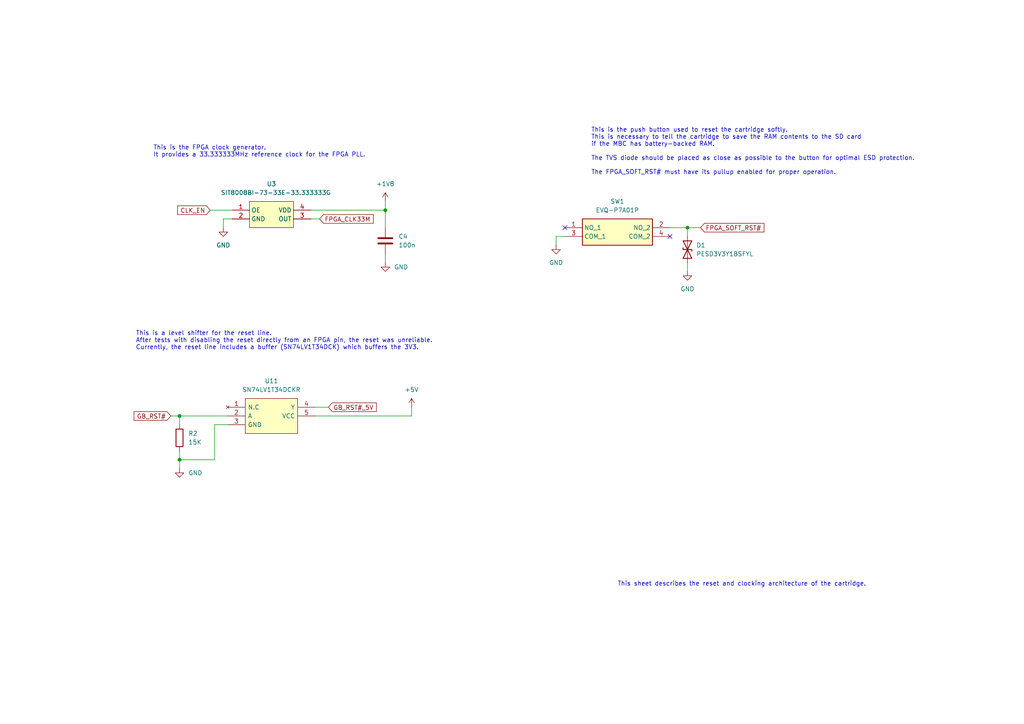
<source format=kicad_sch>
(kicad_sch (version 20211123) (generator eeschema)

  (uuid c4587bb7-c73a-4ad0-bcd4-d7dc9697e09b)

  (paper "A4")

  (title_block
    (title "GB reset and clock")
    (company "© Elijah Almeida Coimbra")
  )

  (lib_symbols
    (symbol "Device:C" (pin_numbers hide) (pin_names (offset 0.254)) (in_bom yes) (on_board yes)
      (property "Reference" "C" (id 0) (at 0.635 2.54 0)
        (effects (font (size 1.27 1.27)) (justify left))
      )
      (property "Value" "C" (id 1) (at 0.635 -2.54 0)
        (effects (font (size 1.27 1.27)) (justify left))
      )
      (property "Footprint" "" (id 2) (at 0.9652 -3.81 0)
        (effects (font (size 1.27 1.27)) hide)
      )
      (property "Datasheet" "~" (id 3) (at 0 0 0)
        (effects (font (size 1.27 1.27)) hide)
      )
      (property "ki_keywords" "cap capacitor" (id 4) (at 0 0 0)
        (effects (font (size 1.27 1.27)) hide)
      )
      (property "ki_description" "Unpolarized capacitor" (id 5) (at 0 0 0)
        (effects (font (size 1.27 1.27)) hide)
      )
      (property "ki_fp_filters" "C_*" (id 6) (at 0 0 0)
        (effects (font (size 1.27 1.27)) hide)
      )
      (symbol "C_0_1"
        (polyline
          (pts
            (xy -2.032 -0.762)
            (xy 2.032 -0.762)
          )
          (stroke (width 0.508) (type default) (color 0 0 0 0))
          (fill (type none))
        )
        (polyline
          (pts
            (xy -2.032 0.762)
            (xy 2.032 0.762)
          )
          (stroke (width 0.508) (type default) (color 0 0 0 0))
          (fill (type none))
        )
      )
      (symbol "C_1_1"
        (pin passive line (at 0 3.81 270) (length 2.794)
          (name "~" (effects (font (size 1.27 1.27))))
          (number "1" (effects (font (size 1.27 1.27))))
        )
        (pin passive line (at 0 -3.81 90) (length 2.794)
          (name "~" (effects (font (size 1.27 1.27))))
          (number "2" (effects (font (size 1.27 1.27))))
        )
      )
    )
    (symbol "Device:D_TVS" (pin_numbers hide) (pin_names (offset 1.016) hide) (in_bom yes) (on_board yes)
      (property "Reference" "D" (id 0) (at 0 2.54 0)
        (effects (font (size 1.27 1.27)))
      )
      (property "Value" "D_TVS" (id 1) (at 0 -2.54 0)
        (effects (font (size 1.27 1.27)))
      )
      (property "Footprint" "" (id 2) (at 0 0 0)
        (effects (font (size 1.27 1.27)) hide)
      )
      (property "Datasheet" "~" (id 3) (at 0 0 0)
        (effects (font (size 1.27 1.27)) hide)
      )
      (property "ki_keywords" "diode TVS thyrector" (id 4) (at 0 0 0)
        (effects (font (size 1.27 1.27)) hide)
      )
      (property "ki_description" "Bidirectional transient-voltage-suppression diode" (id 5) (at 0 0 0)
        (effects (font (size 1.27 1.27)) hide)
      )
      (property "ki_fp_filters" "TO-???* *_Diode_* *SingleDiode* D_*" (id 6) (at 0 0 0)
        (effects (font (size 1.27 1.27)) hide)
      )
      (symbol "D_TVS_0_1"
        (polyline
          (pts
            (xy 1.27 0)
            (xy -1.27 0)
          )
          (stroke (width 0) (type default) (color 0 0 0 0))
          (fill (type none))
        )
        (polyline
          (pts
            (xy 0.508 1.27)
            (xy 0 1.27)
            (xy 0 -1.27)
            (xy -0.508 -1.27)
          )
          (stroke (width 0.254) (type default) (color 0 0 0 0))
          (fill (type none))
        )
        (polyline
          (pts
            (xy -2.54 1.27)
            (xy -2.54 -1.27)
            (xy 2.54 1.27)
            (xy 2.54 -1.27)
            (xy -2.54 1.27)
          )
          (stroke (width 0.254) (type default) (color 0 0 0 0))
          (fill (type none))
        )
      )
      (symbol "D_TVS_1_1"
        (pin passive line (at -3.81 0 0) (length 2.54)
          (name "A1" (effects (font (size 1.27 1.27))))
          (number "1" (effects (font (size 1.27 1.27))))
        )
        (pin passive line (at 3.81 0 180) (length 2.54)
          (name "A2" (effects (font (size 1.27 1.27))))
          (number "2" (effects (font (size 1.27 1.27))))
        )
      )
    )
    (symbol "Device:R" (pin_numbers hide) (pin_names (offset 0)) (in_bom yes) (on_board yes)
      (property "Reference" "R" (id 0) (at 2.032 0 90)
        (effects (font (size 1.27 1.27)))
      )
      (property "Value" "R" (id 1) (at 0 0 90)
        (effects (font (size 1.27 1.27)))
      )
      (property "Footprint" "" (id 2) (at -1.778 0 90)
        (effects (font (size 1.27 1.27)) hide)
      )
      (property "Datasheet" "~" (id 3) (at 0 0 0)
        (effects (font (size 1.27 1.27)) hide)
      )
      (property "ki_keywords" "R res resistor" (id 4) (at 0 0 0)
        (effects (font (size 1.27 1.27)) hide)
      )
      (property "ki_description" "Resistor" (id 5) (at 0 0 0)
        (effects (font (size 1.27 1.27)) hide)
      )
      (property "ki_fp_filters" "R_*" (id 6) (at 0 0 0)
        (effects (font (size 1.27 1.27)) hide)
      )
      (symbol "R_0_1"
        (rectangle (start -1.016 -2.54) (end 1.016 2.54)
          (stroke (width 0.254) (type default) (color 0 0 0 0))
          (fill (type none))
        )
      )
      (symbol "R_1_1"
        (pin passive line (at 0 3.81 270) (length 1.27)
          (name "~" (effects (font (size 1.27 1.27))))
          (number "1" (effects (font (size 1.27 1.27))))
        )
        (pin passive line (at 0 -3.81 90) (length 1.27)
          (name "~" (effects (font (size 1.27 1.27))))
          (number "2" (effects (font (size 1.27 1.27))))
        )
      )
    )
    (symbol "SamacSys_Parts:EVQ-P7A01P" (in_bom yes) (on_board yes)
      (property "Reference" "" (id 0) (at 0 0 0)
        (effects (font (size 1.27 1.27)))
      )
      (property "Value" "EVQ-P7A01P" (id 1) (at 0 0 0)
        (effects (font (size 1.27 1.27)))
      )
      (property "Footprint" "" (id 2) (at 0 0 0)
        (effects (font (size 1.27 1.27)) hide)
      )
      (property "Datasheet" "" (id 3) (at 0 0 0)
        (effects (font (size 1.27 1.27)) hide)
      )
      (property "Reference_1" "S" (id 4) (at 26.67 7.62 0)
        (effects (font (size 1.27 1.27)) (justify left top))
      )
      (property "Value_1" "EVQ-P7A01P" (id 5) (at 26.67 5.08 0)
        (effects (font (size 1.27 1.27)) (justify left top))
      )
      (property "Footprint_1" "EVQP7J01P" (id 6) (at 26.67 -94.92 0)
        (effects (font (size 1.27 1.27)) (justify left top) hide)
      )
      (property "Datasheet_1" "https://industrial.panasonic.com/cdbs/www-data/pdf/ATK0000/ATK0000C378.pdf" (id 7) (at 26.67 -194.92 0)
        (effects (font (size 1.27 1.27)) (justify left top) hide)
      )
      (property "Height" "1" (id 8) (at 26.67 -394.92 0)
        (effects (font (size 1.27 1.27)) (justify left top) hide)
      )
      (property "Mouser Part Number" "667-EVQP7A01P" (id 9) (at 26.67 -494.92 0)
        (effects (font (size 1.27 1.27)) (justify left top) hide)
      )
      (property "Mouser Price/Stock" "https://www.mouser.co.uk/ProductDetail/Panasonic/EVQ-P7A01P?qs=rJ%252BziJWpysz7n3C20u6WAw%3D%3D" (id 10) (at 26.67 -594.92 0)
        (effects (font (size 1.27 1.27)) (justify left top) hide)
      )
      (property "Manufacturer_Name" "Panasonic" (id 11) (at 26.67 -694.92 0)
        (effects (font (size 1.27 1.27)) (justify left top) hide)
      )
      (property "Manufacturer_Part_Number" "EVQ-P7A01P" (id 12) (at 26.67 -794.92 0)
        (effects (font (size 1.27 1.27)) (justify left top) hide)
      )
      (property "ki_description" "Black Side Tactile Switch, Single Pole Single Throw (SPST) 50 mA @ 12 V dc 1.7mm" (id 13) (at 0 0 0)
        (effects (font (size 1.27 1.27)) hide)
      )
      (symbol "EVQ-P7A01P_1_1"
        (rectangle (start 5.08 2.54) (end 25.4 -5.08)
          (stroke (width 0.254) (type default) (color 0 0 0 0))
          (fill (type background))
        )
        (pin passive line (at 0 0 0) (length 5.08)
          (name "NO_1" (effects (font (size 1.27 1.27))))
          (number "1" (effects (font (size 1.27 1.27))))
        )
        (pin passive line (at 30.48 0 180) (length 5.08)
          (name "NO_2" (effects (font (size 1.27 1.27))))
          (number "2" (effects (font (size 1.27 1.27))))
        )
        (pin passive line (at 0 -2.54 0) (length 5.08)
          (name "COM_1" (effects (font (size 1.27 1.27))))
          (number "3" (effects (font (size 1.27 1.27))))
        )
        (pin passive line (at 30.48 -2.54 180) (length 5.08)
          (name "COM_2" (effects (font (size 1.27 1.27))))
          (number "4" (effects (font (size 1.27 1.27))))
        )
      )
    )
    (symbol "SamacSys_Parts:SIT8008BI-73-33E-33.333333G" (in_bom yes) (on_board yes)
      (property "Reference" "U?" (id 0) (at 6.35 3.81 0)
        (effects (font (size 1.27 1.27)))
      )
      (property "Value" "SIT8008BI-73-33E-33.333333G" (id 1) (at 6.35 1.27 0)
        (effects (font (size 1.27 1.27)))
      )
      (property "Footprint" "" (id 2) (at 0 0 0)
        (effects (font (size 1.27 1.27)) hide)
      )
      (property "Datasheet" "https://nl.mouser.com/datasheet/2/371/SiT8008B_datasheet-1291019.pdf" (id 3) (at 0 -10.16 0)
        (effects (font (size 1.27 1.27)) hide)
      )
      (property "ki_description" "Standard Clock Oscillators -40 to 85C, 2016, 50ppm, 3.3V, 33.333333MHz, OE, 250 pcs T&R 8 mm" (id 4) (at 0 0 0)
        (effects (font (size 1.27 1.27)) hide)
      )
      (symbol "SIT8008BI-73-33E-33.333333G_0_1"
        (rectangle (start 0 0) (end 12.7 -7.62)
          (stroke (width 0) (type default) (color 0 0 0 0))
          (fill (type background))
        )
      )
      (symbol "SIT8008BI-73-33E-33.333333G_1_1"
        (pin input line (at -5.08 -2.54 0) (length 5.08)
          (name "OE" (effects (font (size 1.27 1.27))))
          (number "1" (effects (font (size 1.27 1.27))))
        )
        (pin power_in line (at -5.08 -5.08 0) (length 5.08)
          (name "GND" (effects (font (size 1.27 1.27))))
          (number "2" (effects (font (size 1.27 1.27))))
        )
        (pin output line (at 17.78 -5.08 180) (length 5.08)
          (name "OUT" (effects (font (size 1.27 1.27))))
          (number "3" (effects (font (size 1.27 1.27))))
        )
        (pin power_in line (at 17.78 -2.54 180) (length 5.08)
          (name "VDD" (effects (font (size 1.27 1.27))))
          (number "4" (effects (font (size 1.27 1.27))))
        )
      )
    )
    (symbol "SamacSys_Parts:SN74LV1T34DCKR" (pin_names (offset 0.762)) (in_bom yes) (on_board yes)
      (property "Reference" "IC" (id 0) (at 21.59 7.62 0)
        (effects (font (size 1.27 1.27)) (justify left))
      )
      (property "Value" "SN74LV1T34DCKR" (id 1) (at 21.59 5.08 0)
        (effects (font (size 1.27 1.27)) (justify left))
      )
      (property "Footprint" "SOT65P210X110-5N" (id 2) (at 21.59 2.54 0)
        (effects (font (size 1.27 1.27)) (justify left) hide)
      )
      (property "Datasheet" "http://www.ti.com/lit/gpn/sn74lv1t34" (id 3) (at 21.59 0 0)
        (effects (font (size 1.27 1.27)) (justify left) hide)
      )
      (property "Description" "Single Power Supply BUFFER Logic Level Shifter (no enable)" (id 4) (at 21.59 -2.54 0)
        (effects (font (size 1.27 1.27)) (justify left) hide)
      )
      (property "MFN" "Texas Instruments" (id 5) (at 21.59 -12.7 0)
        (effects (font (size 1.27 1.27)) (justify left) hide)
      )
      (property "MFP" "SN74LV1T34DCKR" (id 6) (at 21.59 -15.24 0)
        (effects (font (size 1.27 1.27)) (justify left) hide)
      )
      (property "ki_description" "Single Power Supply BUFFER Logic Level Shifter (no enable)" (id 7) (at 0 0 0)
        (effects (font (size 1.27 1.27)) hide)
      )
      (symbol "SN74LV1T34DCKR_0_0"
        (pin no_connect line (at 0 0 0) (length 5.08)
          (name "N.C" (effects (font (size 1.27 1.27))))
          (number "1" (effects (font (size 1.27 1.27))))
        )
        (pin passive line (at 0 -2.54 0) (length 5.08)
          (name "A" (effects (font (size 1.27 1.27))))
          (number "2" (effects (font (size 1.27 1.27))))
        )
        (pin passive line (at 0 -5.08 0) (length 5.08)
          (name "GND" (effects (font (size 1.27 1.27))))
          (number "3" (effects (font (size 1.27 1.27))))
        )
        (pin passive line (at 25.4 0 180) (length 5.08)
          (name "Y" (effects (font (size 1.27 1.27))))
          (number "4" (effects (font (size 1.27 1.27))))
        )
        (pin passive line (at 25.4 -2.54 180) (length 5.08)
          (name "VCC" (effects (font (size 1.27 1.27))))
          (number "5" (effects (font (size 1.27 1.27))))
        )
      )
      (symbol "SN74LV1T34DCKR_0_1"
        (polyline
          (pts
            (xy 5.08 2.54)
            (xy 20.32 2.54)
            (xy 20.32 -7.62)
            (xy 5.08 -7.62)
            (xy 5.08 2.54)
          )
          (stroke (width 0.1524) (type default) (color 0 0 0 0))
          (fill (type background))
        )
      )
    )
    (symbol "power:+1V8" (power) (pin_names (offset 0)) (in_bom yes) (on_board yes)
      (property "Reference" "#PWR" (id 0) (at 0 -3.81 0)
        (effects (font (size 1.27 1.27)) hide)
      )
      (property "Value" "+1V8" (id 1) (at 0 3.556 0)
        (effects (font (size 1.27 1.27)))
      )
      (property "Footprint" "" (id 2) (at 0 0 0)
        (effects (font (size 1.27 1.27)) hide)
      )
      (property "Datasheet" "" (id 3) (at 0 0 0)
        (effects (font (size 1.27 1.27)) hide)
      )
      (property "ki_keywords" "power-flag" (id 4) (at 0 0 0)
        (effects (font (size 1.27 1.27)) hide)
      )
      (property "ki_description" "Power symbol creates a global label with name \"+1V8\"" (id 5) (at 0 0 0)
        (effects (font (size 1.27 1.27)) hide)
      )
      (symbol "+1V8_0_1"
        (polyline
          (pts
            (xy -0.762 1.27)
            (xy 0 2.54)
          )
          (stroke (width 0) (type default) (color 0 0 0 0))
          (fill (type none))
        )
        (polyline
          (pts
            (xy 0 0)
            (xy 0 2.54)
          )
          (stroke (width 0) (type default) (color 0 0 0 0))
          (fill (type none))
        )
        (polyline
          (pts
            (xy 0 2.54)
            (xy 0.762 1.27)
          )
          (stroke (width 0) (type default) (color 0 0 0 0))
          (fill (type none))
        )
      )
      (symbol "+1V8_1_1"
        (pin power_in line (at 0 0 90) (length 0) hide
          (name "+1V8" (effects (font (size 1.27 1.27))))
          (number "1" (effects (font (size 1.27 1.27))))
        )
      )
    )
    (symbol "power:+5V" (power) (pin_names (offset 0)) (in_bom yes) (on_board yes)
      (property "Reference" "#PWR" (id 0) (at 0 -3.81 0)
        (effects (font (size 1.27 1.27)) hide)
      )
      (property "Value" "+5V" (id 1) (at 0 3.556 0)
        (effects (font (size 1.27 1.27)))
      )
      (property "Footprint" "" (id 2) (at 0 0 0)
        (effects (font (size 1.27 1.27)) hide)
      )
      (property "Datasheet" "" (id 3) (at 0 0 0)
        (effects (font (size 1.27 1.27)) hide)
      )
      (property "ki_keywords" "power-flag" (id 4) (at 0 0 0)
        (effects (font (size 1.27 1.27)) hide)
      )
      (property "ki_description" "Power symbol creates a global label with name \"+5V\"" (id 5) (at 0 0 0)
        (effects (font (size 1.27 1.27)) hide)
      )
      (symbol "+5V_0_1"
        (polyline
          (pts
            (xy -0.762 1.27)
            (xy 0 2.54)
          )
          (stroke (width 0) (type default) (color 0 0 0 0))
          (fill (type none))
        )
        (polyline
          (pts
            (xy 0 0)
            (xy 0 2.54)
          )
          (stroke (width 0) (type default) (color 0 0 0 0))
          (fill (type none))
        )
        (polyline
          (pts
            (xy 0 2.54)
            (xy 0.762 1.27)
          )
          (stroke (width 0) (type default) (color 0 0 0 0))
          (fill (type none))
        )
      )
      (symbol "+5V_1_1"
        (pin power_in line (at 0 0 90) (length 0) hide
          (name "+5V" (effects (font (size 1.27 1.27))))
          (number "1" (effects (font (size 1.27 1.27))))
        )
      )
    )
    (symbol "power:GND" (power) (pin_names (offset 0)) (in_bom yes) (on_board yes)
      (property "Reference" "#PWR" (id 0) (at 0 -6.35 0)
        (effects (font (size 1.27 1.27)) hide)
      )
      (property "Value" "GND" (id 1) (at 0 -3.81 0)
        (effects (font (size 1.27 1.27)))
      )
      (property "Footprint" "" (id 2) (at 0 0 0)
        (effects (font (size 1.27 1.27)) hide)
      )
      (property "Datasheet" "" (id 3) (at 0 0 0)
        (effects (font (size 1.27 1.27)) hide)
      )
      (property "ki_keywords" "power-flag" (id 4) (at 0 0 0)
        (effects (font (size 1.27 1.27)) hide)
      )
      (property "ki_description" "Power symbol creates a global label with name \"GND\" , ground" (id 5) (at 0 0 0)
        (effects (font (size 1.27 1.27)) hide)
      )
      (symbol "GND_0_1"
        (polyline
          (pts
            (xy 0 0)
            (xy 0 -1.27)
            (xy 1.27 -1.27)
            (xy 0 -2.54)
            (xy -1.27 -1.27)
            (xy 0 -1.27)
          )
          (stroke (width 0) (type default) (color 0 0 0 0))
          (fill (type none))
        )
      )
      (symbol "GND_1_1"
        (pin power_in line (at 0 0 270) (length 0) hide
          (name "GND" (effects (font (size 1.27 1.27))))
          (number "1" (effects (font (size 1.27 1.27))))
        )
      )
    )
  )

  (junction (at 199.39 66.04) (diameter 0) (color 0 0 0 0)
    (uuid 0b952c7c-a860-4b54-aaa2-7cd1f9c4091a)
  )
  (junction (at 111.76 60.96) (diameter 0) (color 0 0 0 0)
    (uuid 49d05b88-5bf4-4f41-a6a5-45b7221ad0b6)
  )
  (junction (at 52.07 133.35) (diameter 0) (color 0 0 0 0)
    (uuid 6041efaa-fbf6-408f-98d6-f092010d952e)
  )
  (junction (at 52.07 120.65) (diameter 0) (color 0 0 0 0)
    (uuid b2820ed0-9e2c-4829-860f-d91ca484684e)
  )

  (no_connect (at 163.83 66.04) (uuid 2966bc2f-9514-4881-9555-ad456a0e8c8d))
  (no_connect (at 194.31 68.58) (uuid 2966bc2f-9514-4881-9555-ad456a0e8c8e))

  (wire (pts (xy 67.31 63.5) (xy 64.77 63.5))
    (stroke (width 0) (type default) (color 0 0 0 0))
    (uuid 0a1ec92c-fd4e-4648-b4f0-33fc92ff1918)
  )
  (wire (pts (xy 90.17 63.5) (xy 92.71 63.5))
    (stroke (width 0) (type default) (color 0 0 0 0))
    (uuid 0a8fe8aa-02c9-404e-a088-896347ffcd59)
  )
  (wire (pts (xy 52.07 133.35) (xy 52.07 135.89))
    (stroke (width 0) (type default) (color 0 0 0 0))
    (uuid 19bbdc4b-46a2-4801-b248-95fb1337aa50)
  )
  (wire (pts (xy 52.07 120.65) (xy 49.53 120.65))
    (stroke (width 0) (type default) (color 0 0 0 0))
    (uuid 1f9ef9b9-642a-4076-b965-0b3302b96fa3)
  )
  (wire (pts (xy 52.07 120.65) (xy 66.04 120.65))
    (stroke (width 0) (type default) (color 0 0 0 0))
    (uuid 2695b504-c9ec-418b-bc30-13e0870dac7b)
  )
  (wire (pts (xy 62.23 123.19) (xy 62.23 133.35))
    (stroke (width 0) (type default) (color 0 0 0 0))
    (uuid 3ab2a869-bb8c-4555-afcc-a398e33c438c)
  )
  (wire (pts (xy 111.76 60.96) (xy 111.76 58.42))
    (stroke (width 0) (type default) (color 0 0 0 0))
    (uuid 6d0f3b50-5842-4f94-8a96-8b1583cb048c)
  )
  (wire (pts (xy 199.39 66.04) (xy 199.39 68.58))
    (stroke (width 0) (type default) (color 0 0 0 0))
    (uuid 7583f002-dd42-4802-80f4-e2981f6958bc)
  )
  (wire (pts (xy 199.39 66.04) (xy 203.2 66.04))
    (stroke (width 0) (type default) (color 0 0 0 0))
    (uuid 8f3560b2-fdb4-432f-b9bb-a25f6b02b909)
  )
  (wire (pts (xy 64.77 63.5) (xy 64.77 66.04))
    (stroke (width 0) (type default) (color 0 0 0 0))
    (uuid 8fe21035-90ed-478a-ac6e-382ea39bc35f)
  )
  (wire (pts (xy 119.38 120.65) (xy 119.38 118.11))
    (stroke (width 0) (type default) (color 0 0 0 0))
    (uuid 9e63bf19-8d16-4cbf-b14a-36fb3fadbefe)
  )
  (wire (pts (xy 66.04 123.19) (xy 62.23 123.19))
    (stroke (width 0) (type default) (color 0 0 0 0))
    (uuid ad59fa09-4161-4fc6-ba98-b7f28494fc09)
  )
  (wire (pts (xy 111.76 73.66) (xy 111.76 76.2))
    (stroke (width 0) (type default) (color 0 0 0 0))
    (uuid b46d19df-0e2d-41f8-9c7f-efe260c2902e)
  )
  (wire (pts (xy 111.76 60.96) (xy 111.76 66.04))
    (stroke (width 0) (type default) (color 0 0 0 0))
    (uuid be20017c-6212-463e-8cfe-663bd606696f)
  )
  (wire (pts (xy 52.07 130.81) (xy 52.07 133.35))
    (stroke (width 0) (type default) (color 0 0 0 0))
    (uuid bf9977c2-1dce-48e3-ba76-235e17c80ff6)
  )
  (wire (pts (xy 199.39 76.2) (xy 199.39 78.74))
    (stroke (width 0) (type default) (color 0 0 0 0))
    (uuid c2f0bafe-563d-48e3-9dfa-5d5aeea760ca)
  )
  (wire (pts (xy 91.44 118.11) (xy 95.25 118.11))
    (stroke (width 0) (type default) (color 0 0 0 0))
    (uuid c45128b7-9265-4930-b5ee-6011d98937ec)
  )
  (wire (pts (xy 52.07 123.19) (xy 52.07 120.65))
    (stroke (width 0) (type default) (color 0 0 0 0))
    (uuid cd9bd635-7e05-40ea-883d-557996f94cd9)
  )
  (wire (pts (xy 52.07 133.35) (xy 62.23 133.35))
    (stroke (width 0) (type default) (color 0 0 0 0))
    (uuid d3916bb8-e1a5-4fe5-b0e8-12ca1120cc2c)
  )
  (wire (pts (xy 60.96 60.96) (xy 67.31 60.96))
    (stroke (width 0) (type default) (color 0 0 0 0))
    (uuid d4b888e0-6ca7-4b1e-ac49-094d264dd1be)
  )
  (wire (pts (xy 91.44 120.65) (xy 119.38 120.65))
    (stroke (width 0) (type default) (color 0 0 0 0))
    (uuid ddeddc24-9cf3-4736-bb18-832dc24dc464)
  )
  (wire (pts (xy 194.31 66.04) (xy 199.39 66.04))
    (stroke (width 0) (type default) (color 0 0 0 0))
    (uuid e66f6591-8777-49a0-800b-e6bdd1565c2c)
  )
  (wire (pts (xy 90.17 60.96) (xy 111.76 60.96))
    (stroke (width 0) (type default) (color 0 0 0 0))
    (uuid ee27c29c-66eb-4b67-8f9c-61e07715a97e)
  )
  (wire (pts (xy 161.29 68.58) (xy 161.29 71.12))
    (stroke (width 0) (type default) (color 0 0 0 0))
    (uuid f7ec66cc-8681-4d6c-b8e2-0f276d45b787)
  )
  (wire (pts (xy 163.83 68.58) (xy 161.29 68.58))
    (stroke (width 0) (type default) (color 0 0 0 0))
    (uuid fe38c4dd-ad2e-4fc6-b7f0-c4d8f565189a)
  )

  (text "This is the push button used to reset the cartridge softly.\nThis is necessary to tell the cartridge to save the RAM contents to the SD card\nif the MBC has battery-backed RAM.\n\nThe TVS diode should be placed as close as possible to the button for optimal ESD protection.\n\nThe FPGA_SOFT_RST# must have its pullup enabled for proper operation."
    (at 171.45 50.8 0)
    (effects (font (size 1.27 1.27)) (justify left bottom))
    (uuid 5fe8d96b-e5dd-4e8a-9c09-f0d721d74c07)
  )
  (text "This is a level shifter for the reset line.\nAfter tests with disabling the reset directly from an FPGA pin, the reset was unreliable.\nCurrently, the reset line includes a buffer (SN74LV1T34DCK) which buffers the 3V3. "
    (at 39.37 101.6 0)
    (effects (font (size 1.27 1.27)) (justify left bottom))
    (uuid 87e0d5ac-59e9-4348-9420-9b96ecfc65ba)
  )
  (text "This sheet describes the reset and clocking architecture of the cartridge."
    (at 179.07 170.18 0)
    (effects (font (size 1.27 1.27)) (justify left bottom))
    (uuid b3f6851d-9df7-4551-baf4-46f85873447c)
  )
  (text "This is the FPGA clock generator.\nIt provides a 33.333333MHz reference clock for the FPGA PLL."
    (at 44.45 45.72 0)
    (effects (font (size 1.27 1.27)) (justify left bottom))
    (uuid cd7d4659-0fea-49f8-83b8-0ba776258662)
  )

  (global_label "GB_RST#_5V" (shape input) (at 95.25 118.11 0) (fields_autoplaced)
    (effects (font (size 1.27 1.27)) (justify left))
    (uuid 1bea030a-e27a-4de2-a3b7-0b5290c6b8ca)
    (property "Intersheet References" "${INTERSHEET_REFS}" (id 0) (at 109.1536 118.0306 0)
      (effects (font (size 1.27 1.27)) (justify left) hide)
    )
  )
  (global_label "FPGA_SOFT_RST#" (shape input) (at 203.2 66.04 0) (fields_autoplaced)
    (effects (font (size 1.27 1.27)) (justify left))
    (uuid 256b1c3b-3204-4815-8af9-00c6df779a22)
    (property "Intersheet References" "${INTERSHEET_REFS}" (id 0) (at 221.5788 65.9606 0)
      (effects (font (size 1.27 1.27)) (justify left) hide)
    )
  )
  (global_label "FPGA_CLK33M" (shape input) (at 92.71 63.5 0) (fields_autoplaced)
    (effects (font (size 1.27 1.27)) (justify left))
    (uuid 3e2d3e42-a88d-4bde-9fe0-439dbb3bf455)
    (property "Intersheet References" "${INTERSHEET_REFS}" (id 0) (at 108.2464 63.4206 0)
      (effects (font (size 1.27 1.27)) (justify left) hide)
    )
  )
  (global_label "CLK_EN" (shape input) (at 60.96 60.96 180) (fields_autoplaced)
    (effects (font (size 1.27 1.27)) (justify right))
    (uuid 9b134edf-d643-481f-9970-5097e229522a)
    (property "Intersheet References" "${INTERSHEET_REFS}" (id 0) (at 51.5317 60.8806 0)
      (effects (font (size 1.27 1.27)) (justify right) hide)
    )
  )
  (global_label "GB_RST#" (shape input) (at 49.53 120.65 180) (fields_autoplaced)
    (effects (font (size 1.27 1.27)) (justify right))
    (uuid cc8c06b2-c0e8-40ab-a6ff-45f6b4ad4965)
    (property "Intersheet References" "${INTERSHEET_REFS}" (id 0) (at 38.8921 120.7294 0)
      (effects (font (size 1.27 1.27)) (justify right) hide)
    )
  )

  (symbol (lib_id "Device:D_TVS") (at 199.39 72.39 90) (unit 1)
    (in_bom yes) (on_board yes) (fields_autoplaced)
    (uuid 18009ba6-fe8f-48ae-b5c0-f735d659a1e6)
    (property "Reference" "D1" (id 0) (at 201.93 71.1199 90)
      (effects (font (size 1.27 1.27)) (justify right))
    )
    (property "Value" "PESD3V3Y1BSFYL" (id 1) (at 201.93 73.6599 90)
      (effects (font (size 1.27 1.27)) (justify right))
    )
    (property "Footprint" "SamacSys_Parts:PESD3V3Y1BSFYL" (id 2) (at 199.39 72.39 0)
      (effects (font (size 1.27 1.27)) hide)
    )
    (property "Datasheet" "https://nl.mouser.com/datasheet/2/916/PESD3V3Y1BSF-1370637.pdf" (id 3) (at 199.39 72.39 0)
      (effects (font (size 1.27 1.27)) hide)
    )
    (property "Critical" "N" (id 4) (at 199.39 72.39 0)
      (effects (font (size 1.27 1.27)) hide)
    )
    (property "Notes" "ESD protection for exposed reset button. Must have a clamping voltage no larger than 3.75V." (id 5) (at 199.39 72.39 0)
      (effects (font (size 1.27 1.27)) hide)
    )
    (property "Description" "ESD Suppressors / TVS Diodes PESD3V3Y1BSF/SOD962/SOD962" (id 6) (at 199.39 72.39 0)
      (effects (font (size 1.27 1.27)) hide)
    )
    (property "MFN" "Nexperia" (id 7) (at 199.39 72.39 0)
      (effects (font (size 1.27 1.27)) hide)
    )
    (property "MFP" "PESD3V3Y1BSFYL" (id 8) (at 199.39 72.39 0)
      (effects (font (size 1.27 1.27)) hide)
    )
    (property "Package ID" "DSN-0603-2" (id 9) (at 199.39 72.39 0)
      (effects (font (size 1.27 1.27)) hide)
    )
    (property "Source" "ANY" (id 10) (at 199.39 72.39 0)
      (effects (font (size 1.27 1.27)) hide)
    )
    (property "Voltage" "3V3" (id 11) (at 199.39 72.39 0)
      (effects (font (size 1.27 1.27)) hide)
    )
    (property "Supplier suggestion" "https://nl.mouser.com/ProductDetail/Nexperia/PESD3V3Y1BSFYL?qs=MLItCLRbWswJ%2F2jJIhlIxQ%3D%3D" (id 12) (at 199.39 72.39 0)
      (effects (font (size 1.27 1.27)) hide)
    )
    (pin "1" (uuid 92d63f93-e135-4420-bde0-d8a1ed5d8c74))
    (pin "2" (uuid 0bc47eaf-34cd-4035-b3f1-e407a6734a35))
  )

  (symbol (lib_id "SamacSys_Parts:SN74LV1T34DCKR") (at 66.04 118.11 0) (unit 1)
    (in_bom yes) (on_board yes)
    (uuid 4ac21eec-4871-494e-81dc-4764ce424ca8)
    (property "Reference" "U11" (id 0) (at 78.74 110.49 0))
    (property "Value" "SN74LV1T34DCKR" (id 1) (at 78.74 113.03 0))
    (property "Footprint" "SamacSys_Parts:SOT65P210X110-5N" (id 2) (at 87.63 115.57 0)
      (effects (font (size 1.27 1.27)) (justify left) hide)
    )
    (property "Datasheet" "http://www.ti.com/lit/gpn/sn74lv1t34" (id 3) (at 87.63 118.11 0)
      (effects (font (size 1.27 1.27)) (justify left) hide)
    )
    (property "Description" "Single Power Supply BUFFER Logic Level Shifter (no enable)" (id 4) (at 87.63 120.65 0)
      (effects (font (size 1.27 1.27)) (justify left) hide)
    )
    (property "MFN" "Texas Instruments" (id 5) (at 87.63 130.81 0)
      (effects (font (size 1.27 1.27)) (justify left) hide)
    )
    (property "MFP" "SN74LV1T34DCKR" (id 6) (at 87.63 133.35 0)
      (effects (font (size 1.27 1.27)) (justify left) hide)
    )
    (property "Notes" "Used for voltage conversion between FPGA and Gameboy reset" (id 7) (at 66.04 118.11 0)
      (effects (font (size 1.27 1.27)) hide)
    )
    (property "Package ID" "SC70-5" (id 8) (at 66.04 118.11 0)
      (effects (font (size 1.27 1.27)) hide)
    )
    (property "Source" "SPEC" (id 9) (at 66.04 118.11 0)
      (effects (font (size 1.27 1.27)) hide)
    )
    (property "Critical" "Y" (id 10) (at 66.04 118.11 0)
      (effects (font (size 1.27 1.27)) hide)
    )
    (property "Supplier suggestion" "https://nl.mouser.com/ProductDetail/Texas-Instruments/SN74LV1T34DCKR?qs=8sOby8ZxZLGjFfifrzzjkQ%3D%3D" (id 11) (at 66.04 118.11 0)
      (effects (font (size 1.27 1.27)) hide)
    )
    (pin "1" (uuid 43bd4e17-8774-48ac-97bc-961213c5e61e))
    (pin "2" (uuid eb11ed93-997b-4709-95cc-95ee4900b2a1))
    (pin "3" (uuid 5d495fb8-5afe-4b1d-933a-03ad454be083))
    (pin "4" (uuid 279b5dc7-6490-4b89-99ea-e8a55c570779))
    (pin "5" (uuid 6157100d-f112-4393-a44d-a30f171107e8))
  )

  (symbol (lib_id "power:GND") (at 64.77 66.04 0) (unit 1)
    (in_bom yes) (on_board yes) (fields_autoplaced)
    (uuid 53b2a159-5f07-4ed9-a70f-0f0355e25c3e)
    (property "Reference" "#PWR0114" (id 0) (at 64.77 72.39 0)
      (effects (font (size 1.27 1.27)) hide)
    )
    (property "Value" "GND" (id 1) (at 64.77 71.12 0))
    (property "Footprint" "" (id 2) (at 64.77 66.04 0)
      (effects (font (size 1.27 1.27)) hide)
    )
    (property "Datasheet" "" (id 3) (at 64.77 66.04 0)
      (effects (font (size 1.27 1.27)) hide)
    )
    (pin "1" (uuid 6e37b305-7f94-4b42-a44c-d48040a2ee6d))
  )

  (symbol (lib_id "power:GND") (at 161.29 71.12 0) (unit 1)
    (in_bom yes) (on_board yes) (fields_autoplaced)
    (uuid acd7f89e-d429-48c2-8936-23f987e03b93)
    (property "Reference" "#PWR036" (id 0) (at 161.29 77.47 0)
      (effects (font (size 1.27 1.27)) hide)
    )
    (property "Value" "GND" (id 1) (at 161.29 76.2 0))
    (property "Footprint" "" (id 2) (at 161.29 71.12 0)
      (effects (font (size 1.27 1.27)) hide)
    )
    (property "Datasheet" "" (id 3) (at 161.29 71.12 0)
      (effects (font (size 1.27 1.27)) hide)
    )
    (pin "1" (uuid cbd2f488-28b5-4f88-ba50-8143cb65c5a9))
  )

  (symbol (lib_id "SamacSys_Parts:SIT8008BI-73-33E-33.333333G") (at 72.39 58.42 0) (unit 1)
    (in_bom yes) (on_board yes)
    (uuid b011ee57-cad9-41fe-98b0-195311c21868)
    (property "Reference" "U3" (id 0) (at 78.74 53.34 0))
    (property "Value" "SIT8008BI-73-33E-33.333333G" (id 1) (at 80.01 55.88 0))
    (property "Footprint" "SamacSys_Parts:SIT8008BI-73-33E-33.333333G" (id 2) (at 72.39 58.42 0)
      (effects (font (size 1.27 1.27)) hide)
    )
    (property "Datasheet" "https://nl.mouser.com/datasheet/2/371/SiT8008B_datasheet-1291019.pdf" (id 3) (at 72.39 68.58 0)
      (effects (font (size 1.27 1.27)) hide)
    )
    (property "Description" "Standard Clock Oscillators -40 to 85C, 2016, 50ppm, 3.3V, 33.333333MHz, OE, 250 pcs T&R 8 mm" (id 4) (at 72.39 58.42 0)
      (effects (font (size 1.27 1.27)) hide)
    )
    (property "MFN" "SiTime" (id 5) (at 72.39 58.42 0)
      (effects (font (size 1.27 1.27)) hide)
    )
    (property "MFP" "SIT8008BI-73-33E-33.333333G" (id 6) (at 72.39 58.42 0)
      (effects (font (size 1.27 1.27)) hide)
    )
    (property "Notes" "Used for FPGA reference clock." (id 7) (at 72.39 58.42 0)
      (effects (font (size 1.27 1.27)) hide)
    )
    (property "Package ID" "~" (id 8) (at 72.39 58.42 0)
      (effects (font (size 1.27 1.27)) hide)
    )
    (property "Source" "SPEC" (id 9) (at 72.39 58.42 0)
      (effects (font (size 1.27 1.27)) hide)
    )
    (property "Critical" "Y" (id 10) (at 72.39 58.42 0)
      (effects (font (size 1.27 1.27)) hide)
    )
    (property "Supplier suggestion" "https://nl.mouser.com/ProductDetail/SiTime/SIT8008BI-73-33E-33.333333G?qs=BJlw7L4Cy79JTsfvtwIEWw%3D%3D" (id 11) (at 72.39 58.42 0)
      (effects (font (size 1.27 1.27)) hide)
    )
    (pin "1" (uuid 632a1582-ae6f-4ac1-a745-5ccc7c529905))
    (pin "2" (uuid 3b6d0af7-ed58-4dbc-b0ac-fd5100ca69dc))
    (pin "3" (uuid 3f89d51b-3cf2-45c7-913c-a944ad755f12))
    (pin "4" (uuid 05020832-ac7e-46d8-bdda-3ad63af97b17))
  )

  (symbol (lib_id "power:+5V") (at 119.38 118.11 0) (unit 1)
    (in_bom yes) (on_board yes) (fields_autoplaced)
    (uuid b17ab116-8432-4167-9fc0-5f67f87278e8)
    (property "Reference" "#PWR035" (id 0) (at 119.38 121.92 0)
      (effects (font (size 1.27 1.27)) hide)
    )
    (property "Value" "+5V" (id 1) (at 119.38 113.03 0))
    (property "Footprint" "" (id 2) (at 119.38 118.11 0)
      (effects (font (size 1.27 1.27)) hide)
    )
    (property "Datasheet" "" (id 3) (at 119.38 118.11 0)
      (effects (font (size 1.27 1.27)) hide)
    )
    (pin "1" (uuid 8ba3132a-e975-4e55-87f4-f209a9671c07))
  )

  (symbol (lib_id "power:GND") (at 199.39 78.74 0) (unit 1)
    (in_bom yes) (on_board yes) (fields_autoplaced)
    (uuid cfb4f996-6ff8-406d-b4e5-a8958084f4d8)
    (property "Reference" "#PWR037" (id 0) (at 199.39 85.09 0)
      (effects (font (size 1.27 1.27)) hide)
    )
    (property "Value" "GND" (id 1) (at 199.39 83.82 0))
    (property "Footprint" "" (id 2) (at 199.39 78.74 0)
      (effects (font (size 1.27 1.27)) hide)
    )
    (property "Datasheet" "" (id 3) (at 199.39 78.74 0)
      (effects (font (size 1.27 1.27)) hide)
    )
    (pin "1" (uuid 3ba9072f-67d4-4fc5-8271-b58e581ef1f5))
  )

  (symbol (lib_id "Device:C") (at 111.76 69.85 0) (unit 1)
    (in_bom yes) (on_board yes) (fields_autoplaced)
    (uuid d65d6728-2380-456a-a9d1-baa122edbe74)
    (property "Reference" "C4" (id 0) (at 115.57 68.5799 0)
      (effects (font (size 1.27 1.27)) (justify left))
    )
    (property "Value" "100n" (id 1) (at 115.57 71.1199 0)
      (effects (font (size 1.27 1.27)) (justify left))
    )
    (property "Footprint" "Capacitor_SMD:C_0402_1005Metric_Pad0.74x0.62mm_HandSolder" (id 2) (at 112.7252 73.66 0)
      (effects (font (size 1.27 1.27)) hide)
    )
    (property "Datasheet" "~" (id 3) (at 111.76 69.85 0)
      (effects (font (size 1.27 1.27)) hide)
    )
    (property "Critical" "N" (id 4) (at 111.76 69.85 0)
      (effects (font (size 1.27 1.27)) hide)
    )
    (property "Notes" "Bypass capacitor for PWR/GND coupling." (id 5) (at 111.76 69.85 0)
      (effects (font (size 1.27 1.27)) hide)
    )
    (property "Source" "ANY" (id 6) (at 111.76 69.85 0)
      (effects (font (size 1.27 1.27)) hide)
    )
    (property "Description" "~" (id 7) (at 111.76 69.85 0)
      (effects (font (size 1.27 1.27)) hide)
    )
    (property "MFN" "~" (id 8) (at 111.76 69.85 0)
      (effects (font (size 1.27 1.27)) hide)
    )
    (property "MFP" "~" (id 9) (at 111.76 69.85 0)
      (effects (font (size 1.27 1.27)) hide)
    )
    (property "Package ID" "0402" (id 10) (at 111.76 69.85 0)
      (effects (font (size 1.27 1.27)) hide)
    )
    (property "Supplier suggestion" "https://nl.mouser.com/ProductDetail/Murata-Electronics/GRM155R61C104KA88J?qs=sGAEpiMZZMsh%252B1woXyUXj8YF%2FGivH5Kx4uStnYyl8jU%3D" (id 11) (at 111.76 69.85 0)
      (effects (font (size 1.27 1.27)) hide)
    )
    (property "Tolerance" "20%" (id 12) (at 111.76 69.85 0)
      (effects (font (size 1.27 1.27)) hide)
    )
    (property "Voltage" "3V3" (id 13) (at 111.76 69.85 0)
      (effects (font (size 1.27 1.27)) hide)
    )
    (pin "1" (uuid 42f6437e-2237-4843-ad63-a3b614d64fb1))
    (pin "2" (uuid fb298208-c4c0-40e9-891a-2a33652ac01b))
  )

  (symbol (lib_id "power:GND") (at 52.07 135.89 0) (unit 1)
    (in_bom yes) (on_board yes) (fields_autoplaced)
    (uuid d8d1e33e-6ff7-4ecd-b9c2-abdea3f65b40)
    (property "Reference" "#PWR030" (id 0) (at 52.07 142.24 0)
      (effects (font (size 1.27 1.27)) hide)
    )
    (property "Value" "GND" (id 1) (at 54.61 137.1599 0)
      (effects (font (size 1.27 1.27)) (justify left))
    )
    (property "Footprint" "" (id 2) (at 52.07 135.89 0)
      (effects (font (size 1.27 1.27)) hide)
    )
    (property "Datasheet" "" (id 3) (at 52.07 135.89 0)
      (effects (font (size 1.27 1.27)) hide)
    )
    (pin "1" (uuid 0527b4d7-4ee9-4bdd-8366-66dafbd318ab))
  )

  (symbol (lib_id "power:GND") (at 111.76 76.2 0) (unit 1)
    (in_bom yes) (on_board yes) (fields_autoplaced)
    (uuid da54cb89-4c60-42cf-966f-c05231fcc60a)
    (property "Reference" "#PWR034" (id 0) (at 111.76 82.55 0)
      (effects (font (size 1.27 1.27)) hide)
    )
    (property "Value" "GND" (id 1) (at 114.3 77.4699 0)
      (effects (font (size 1.27 1.27)) (justify left))
    )
    (property "Footprint" "" (id 2) (at 111.76 76.2 0)
      (effects (font (size 1.27 1.27)) hide)
    )
    (property "Datasheet" "" (id 3) (at 111.76 76.2 0)
      (effects (font (size 1.27 1.27)) hide)
    )
    (pin "1" (uuid 43f9d83f-d3bd-4507-95f0-630f66117eef))
  )

  (symbol (lib_id "Device:R") (at 52.07 127 180) (unit 1)
    (in_bom yes) (on_board yes) (fields_autoplaced)
    (uuid dcf8c482-9eee-4235-9ac4-1c22f453249c)
    (property "Reference" "R2" (id 0) (at 54.61 125.7299 0)
      (effects (font (size 1.27 1.27)) (justify right))
    )
    (property "Value" "15K" (id 1) (at 54.61 128.2699 0)
      (effects (font (size 1.27 1.27)) (justify right))
    )
    (property "Footprint" "Resistor_SMD:R_0402_1005Metric_Pad0.72x0.64mm_HandSolder" (id 2) (at 53.848 127 90)
      (effects (font (size 1.27 1.27)) hide)
    )
    (property "Datasheet" "~" (id 3) (at 52.07 127 0)
      (effects (font (size 1.27 1.27)) hide)
    )
    (property "Tolerance" "10%" (id 4) (at 52.07 127 0)
      (effects (font (size 1.27 1.27)) hide)
    )
    (property "Source" "ANY" (id 5) (at 52.07 127 0)
      (effects (font (size 1.27 1.27)) hide)
    )
    (property "Critical" "Y" (id 6) (at 52.07 127 0)
      (effects (font (size 1.27 1.27)) hide)
    )
    (property "Notes" "Pulldown resistor for GB_RST# line to ensure GB remains in reset while the cart is initialising" (id 7) (at 52.07 127 0)
      (effects (font (size 1.27 1.27)) hide)
    )
    (property "Description" "~" (id 8) (at 52.07 127 0)
      (effects (font (size 1.27 1.27)) hide)
    )
    (property "MFN" "~" (id 9) (at 52.07 127 0)
      (effects (font (size 1.27 1.27)) hide)
    )
    (property "MFP" "~" (id 10) (at 52.07 127 0)
      (effects (font (size 1.27 1.27)) hide)
    )
    (property "Package ID" "0402" (id 11) (at 52.07 127 0)
      (effects (font (size 1.27 1.27)) hide)
    )
    (property "Supplier suggestion" "https://nl.mouser.com/ProductDetail/Kamaya/RMC1-16S-153JTH?qs=sGAEpiMZZMvdGkrng054t%252BjmMOhbS7JJ11bN0iqZRdOn%2Fu9rqH1%2FEw%3D%3D" (id 12) (at 52.07 127 0)
      (effects (font (size 1.27 1.27)) hide)
    )
    (pin "1" (uuid f25d7f0c-e846-42ba-9e00-2f092d1ab813))
    (pin "2" (uuid 25f3c03a-f6bd-4442-a082-869123ef0d27))
  )

  (symbol (lib_id "SamacSys_Parts:EVQ-P7A01P") (at 163.83 66.04 0) (unit 1)
    (in_bom yes) (on_board yes) (fields_autoplaced)
    (uuid de85eafd-55d7-4f64-93d1-ad7e53577dee)
    (property "Reference" "SW1" (id 0) (at 179.07 58.42 0))
    (property "Value" "EVQ-P7A01P" (id 1) (at 179.07 60.96 0))
    (property "Footprint" "SamacSys_Parts:EVQP7J01P" (id 2) (at 163.83 66.04 0)
      (effects (font (size 1.27 1.27)) hide)
    )
    (property "Datasheet" "https://industrial.panasonic.com/cdbs/www-data/pdf/ATK0000/ATK0000C378.pdf" (id 3) (at 163.83 66.04 0)
      (effects (font (size 1.27 1.27)) hide)
    )
    (property "Height" "1" (id 8) (at 190.5 460.96 0)
      (effects (font (size 1.27 1.27)) (justify left top) hide)
    )
    (property "MFN" "Panasonic" (id 13) (at 163.83 66.04 0)
      (effects (font (size 1.27 1.27)) hide)
    )
    (property "MFP" "EVQ-P7A01P" (id 14) (at 163.83 66.04 0)
      (effects (font (size 1.27 1.27)) hide)
    )
    (property "Notes" "Reset button for gracefull shutdown of game (for saving game data)" (id 15) (at 163.83 66.04 0)
      (effects (font (size 1.27 1.27)) hide)
    )
    (property "Description" "Tactile Switches 3.5x2.9mm Right Ang Light Touch Switch" (id 15) (at 163.83 66.04 0)
      (effects (font (size 1.27 1.27)) hide)
    )
    (property "Source" "SPEC" (id 16) (at 163.83 66.04 0)
      (effects (font (size 1.27 1.27)) hide)
    )
    (property "Critical" "Y" (id 17) (at 163.83 66.04 0)
      (effects (font (size 1.27 1.27)) hide)
    )
    (property "Package ID" "~" (id 18) (at 163.83 66.04 0)
      (effects (font (size 1.27 1.27)) hide)
    )
    (property "Supplier suggestion" "https://nl.mouser.com/ProductDetail/Panasonic/EVQ-P7A01P?qs=rJ%252BziJWpysz7n3C20u6WAw%3D%3D" (id 19) (at 163.83 66.04 0)
      (effects (font (size 1.27 1.27)) hide)
    )
    (pin "1" (uuid e8a51c0c-80f0-4075-94dc-a22c97282b94))
    (pin "2" (uuid 569f4fbe-630c-4fc7-92e1-1b13e9bcb8b4))
    (pin "3" (uuid 31eb0ae2-a5cf-4b58-b0a9-b4fb77be3697))
    (pin "4" (uuid 081a3a88-d880-45de-acc7-6d2bcb7860bc))
  )

  (symbol (lib_id "power:+1V8") (at 111.76 58.42 0) (unit 1)
    (in_bom yes) (on_board yes) (fields_autoplaced)
    (uuid e38659f7-1625-4433-88a9-c3a0e5ccd614)
    (property "Reference" "#PWR033" (id 0) (at 111.76 62.23 0)
      (effects (font (size 1.27 1.27)) hide)
    )
    (property "Value" "+1V8" (id 1) (at 111.76 53.34 0))
    (property "Footprint" "" (id 2) (at 111.76 58.42 0)
      (effects (font (size 1.27 1.27)) hide)
    )
    (property "Datasheet" "" (id 3) (at 111.76 58.42 0)
      (effects (font (size 1.27 1.27)) hide)
    )
    (pin "1" (uuid 48364f82-1393-4a19-864e-aca64639e40a))
  )
)

</source>
